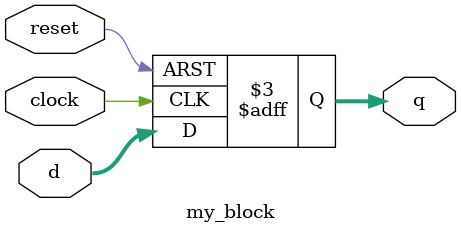
<source format=v>
/***************************************************
* File: mux_testbench.v
* Author: Andrei Belov
* Class: EE 271
* Module: my_block
* Description: simple test block
****************************************************/

module my_block (
    input wire clock, reset,
    input wire [15:0] d,
    output reg [15:0] q );

    always @ (posedge clock, negedge reset)
        if ( ! reset ) q <= 0;
        else q <= d;
endmodule

</source>
